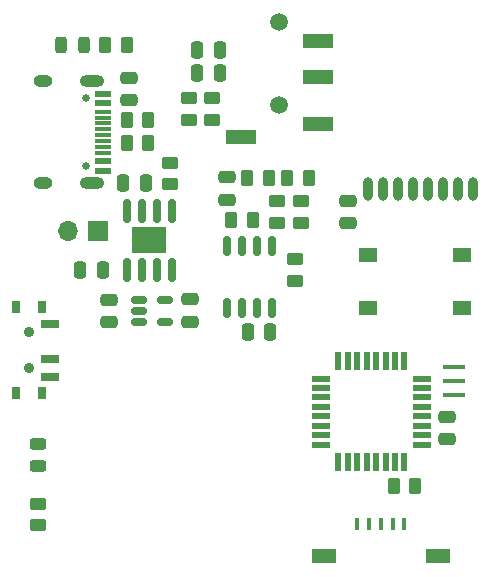
<source format=gbr>
%TF.GenerationSoftware,KiCad,Pcbnew,(6.0.0)*%
%TF.CreationDate,2023-02-19T23:28:08+01:00*%
%TF.ProjectId,DETECTIVE BOYS BADGE,44455445-4354-4495-9645-20424f595320,rev?*%
%TF.SameCoordinates,Original*%
%TF.FileFunction,Soldermask,Top*%
%TF.FilePolarity,Negative*%
%FSLAX46Y46*%
G04 Gerber Fmt 4.6, Leading zero omitted, Abs format (unit mm)*
G04 Created by KiCad (PCBNEW (6.0.0)) date 2023-02-19 23:28:08*
%MOMM*%
%LPD*%
G01*
G04 APERTURE LIST*
G04 Aperture macros list*
%AMRoundRect*
0 Rectangle with rounded corners*
0 $1 Rounding radius*
0 $2 $3 $4 $5 $6 $7 $8 $9 X,Y pos of 4 corners*
0 Add a 4 corners polygon primitive as box body*
4,1,4,$2,$3,$4,$5,$6,$7,$8,$9,$2,$3,0*
0 Add four circle primitives for the rounded corners*
1,1,$1+$1,$2,$3*
1,1,$1+$1,$4,$5*
1,1,$1+$1,$6,$7*
1,1,$1+$1,$8,$9*
0 Add four rect primitives between the rounded corners*
20,1,$1+$1,$2,$3,$4,$5,0*
20,1,$1+$1,$4,$5,$6,$7,0*
20,1,$1+$1,$6,$7,$8,$9,0*
20,1,$1+$1,$8,$9,$2,$3,0*%
G04 Aperture macros list end*
%ADD10RoundRect,0.250000X0.250000X0.475000X-0.250000X0.475000X-0.250000X-0.475000X0.250000X-0.475000X0*%
%ADD11RoundRect,0.250000X0.262500X0.450000X-0.262500X0.450000X-0.262500X-0.450000X0.262500X-0.450000X0*%
%ADD12C,1.500000*%
%ADD13R,2.500000X1.200000*%
%ADD14R,1.550000X1.300000*%
%ADD15RoundRect,0.243750X0.456250X-0.243750X0.456250X0.243750X-0.456250X0.243750X-0.456250X-0.243750X0*%
%ADD16RoundRect,0.250000X-0.250000X-0.475000X0.250000X-0.475000X0.250000X0.475000X-0.250000X0.475000X0*%
%ADD17RoundRect,0.400000X0.000000X-0.600000X0.000000X-0.600000X0.000000X0.600000X0.000000X0.600000X0*%
%ADD18RoundRect,0.250000X0.475000X-0.250000X0.475000X0.250000X-0.475000X0.250000X-0.475000X-0.250000X0*%
%ADD19RoundRect,0.150000X-0.150000X0.675000X-0.150000X-0.675000X0.150000X-0.675000X0.150000X0.675000X0*%
%ADD20RoundRect,0.243750X0.243750X0.456250X-0.243750X0.456250X-0.243750X-0.456250X0.243750X-0.456250X0*%
%ADD21C,0.900000*%
%ADD22R,0.800000X1.000000*%
%ADD23R,1.500000X0.700000*%
%ADD24RoundRect,0.250000X0.450000X-0.262500X0.450000X0.262500X-0.450000X0.262500X-0.450000X-0.262500X0*%
%ADD25RoundRect,0.250000X-0.450000X0.262500X-0.450000X-0.262500X0.450000X-0.262500X0.450000X0.262500X0*%
%ADD26RoundRect,0.250000X-0.475000X0.250000X-0.475000X-0.250000X0.475000X-0.250000X0.475000X0.250000X0*%
%ADD27R,1.600000X0.550000*%
%ADD28R,0.550000X1.600000*%
%ADD29R,1.700000X1.700000*%
%ADD30O,1.700000X1.700000*%
%ADD31C,0.650000*%
%ADD32R,1.450000X0.600000*%
%ADD33R,1.450000X0.300000*%
%ADD34O,1.600000X1.000000*%
%ADD35O,2.100000X1.000000*%
%ADD36RoundRect,0.250000X-0.262500X-0.450000X0.262500X-0.450000X0.262500X0.450000X-0.262500X0.450000X0*%
%ADD37R,1.900000X0.400000*%
%ADD38RoundRect,0.150000X-0.512500X-0.150000X0.512500X-0.150000X0.512500X0.150000X-0.512500X0.150000X0*%
%ADD39RoundRect,0.150000X-0.150000X0.825000X-0.150000X-0.825000X0.150000X-0.825000X0.150000X0.825000X0*%
%ADD40R,3.000000X2.290000*%
%ADD41R,0.400000X1.000000*%
%ADD42R,2.000000X1.300000*%
G04 APERTURE END LIST*
D10*
%TO.C,C6*%
X139450000Y-127800000D03*
X137550000Y-127800000D03*
%TD*%
D11*
%TO.C,R9*%
X156912500Y-120000000D03*
X155087500Y-120000000D03*
%TD*%
D12*
%TO.C,J1*%
X154400000Y-106855000D03*
X154400000Y-113855000D03*
D13*
X157650000Y-111455000D03*
X157650000Y-108455000D03*
X151150000Y-116555000D03*
X157650000Y-115455000D03*
%TD*%
D14*
%TO.C,SW2*%
X161920000Y-126550000D03*
X169880000Y-126550000D03*
X161920000Y-131050000D03*
X169880000Y-131050000D03*
%TD*%
D15*
%TO.C,D1*%
X134000000Y-144437500D03*
X134000000Y-142562500D03*
%TD*%
D16*
%TO.C,C7*%
X147450000Y-109200000D03*
X149350000Y-109200000D03*
%TD*%
D17*
%TO.C,U1*%
X163175000Y-120980000D03*
X161905000Y-120980000D03*
X164445000Y-120980000D03*
X165715000Y-120980000D03*
X166985000Y-120980000D03*
X168255000Y-120980000D03*
X169525000Y-120980000D03*
X170795000Y-120980000D03*
%TD*%
D16*
%TO.C,C9*%
X147450000Y-111100000D03*
X149350000Y-111100000D03*
%TD*%
%TO.C,C5*%
X141200000Y-120475000D03*
X143100000Y-120475000D03*
%TD*%
D11*
%TO.C,R13*%
X165912500Y-146100000D03*
X164087500Y-146100000D03*
%TD*%
D18*
%TO.C,C11*%
X168600000Y-142150000D03*
X168600000Y-140250000D03*
%TD*%
D19*
%TO.C,U4*%
X153805000Y-125775000D03*
X152535000Y-125775000D03*
X151265000Y-125775000D03*
X149995000Y-125775000D03*
X149995000Y-131025000D03*
X151265000Y-131025000D03*
X152535000Y-131025000D03*
X153805000Y-131025000D03*
%TD*%
D20*
%TO.C,D2*%
X137837500Y-108750000D03*
X135962500Y-108750000D03*
%TD*%
D21*
%TO.C,SW1*%
X133245000Y-136100000D03*
D22*
X134355000Y-130950000D03*
D21*
X133245000Y-133100000D03*
D22*
X132145000Y-130950000D03*
X134355000Y-138250000D03*
X132145000Y-138250000D03*
D23*
X135005000Y-132350000D03*
X135005000Y-135350000D03*
X135005000Y-136850000D03*
%TD*%
D24*
%TO.C,R6*%
X148700000Y-115112500D03*
X148700000Y-113287500D03*
%TD*%
D11*
%TO.C,R8*%
X153512500Y-120000000D03*
X151687500Y-120000000D03*
%TD*%
D24*
%TO.C,R7*%
X145175000Y-120537500D03*
X145175000Y-118712500D03*
%TD*%
D25*
%TO.C,R5*%
X146800000Y-113287500D03*
X146800000Y-115112500D03*
%TD*%
%TO.C,RG1*%
X155700000Y-126887500D03*
X155700000Y-128712500D03*
%TD*%
D26*
%TO.C,C2*%
X140000000Y-130350000D03*
X140000000Y-132250000D03*
%TD*%
D24*
%TO.C,R11*%
X156250000Y-123812500D03*
X156250000Y-121987500D03*
%TD*%
D27*
%TO.C,U5*%
X166450000Y-142600000D03*
X166450000Y-141800000D03*
X166450000Y-141000000D03*
X166450000Y-140200000D03*
X166450000Y-139400000D03*
X166450000Y-138600000D03*
X166450000Y-137800000D03*
X166450000Y-137000000D03*
D28*
X165000000Y-135550000D03*
X164200000Y-135550000D03*
X163400000Y-135550000D03*
X162600000Y-135550000D03*
X161800000Y-135550000D03*
X161000000Y-135550000D03*
X160200000Y-135550000D03*
X159400000Y-135550000D03*
D27*
X157950000Y-137000000D03*
X157950000Y-137800000D03*
X157950000Y-138600000D03*
X157950000Y-139400000D03*
X157950000Y-140200000D03*
X157950000Y-141000000D03*
X157950000Y-141800000D03*
X157950000Y-142600000D03*
D28*
X159400000Y-144050000D03*
X160200000Y-144050000D03*
X161000000Y-144050000D03*
X161800000Y-144050000D03*
X162600000Y-144050000D03*
X163400000Y-144050000D03*
X164200000Y-144050000D03*
X165000000Y-144050000D03*
%TD*%
D26*
%TO.C,C1*%
X160200000Y-121950000D03*
X160200000Y-123850000D03*
%TD*%
D18*
%TO.C,C3*%
X141650000Y-113450000D03*
X141650000Y-111550000D03*
%TD*%
D29*
%TO.C,BT1*%
X139050000Y-124525000D03*
D30*
X136510000Y-124525000D03*
%TD*%
D11*
%TO.C,R10*%
X152162500Y-123600000D03*
X150337500Y-123600000D03*
%TD*%
D31*
%TO.C,USB1*%
X138050000Y-119040000D03*
X138050000Y-113260000D03*
D32*
X139495000Y-112900000D03*
X139495000Y-113700000D03*
D33*
X139495000Y-114900000D03*
X139495000Y-115900000D03*
X139495000Y-116400000D03*
X139495000Y-117400000D03*
D32*
X139495000Y-118600000D03*
X139495000Y-119400000D03*
X139495000Y-119400000D03*
X139495000Y-118600000D03*
D33*
X139495000Y-117900000D03*
X139495000Y-116900000D03*
X139495000Y-115400000D03*
X139495000Y-114400000D03*
D32*
X139495000Y-113700000D03*
X139495000Y-112900000D03*
D34*
X134400000Y-111830000D03*
D35*
X138580000Y-111830000D03*
X138580000Y-120470000D03*
D34*
X134400000Y-120470000D03*
%TD*%
D24*
%TO.C,R12*%
X154250000Y-123800000D03*
X154250000Y-121975000D03*
%TD*%
D26*
%TO.C,C8*%
X150000000Y-119950000D03*
X150000000Y-121850000D03*
%TD*%
D36*
%TO.C,R3*%
X141487500Y-117050000D03*
X143312500Y-117050000D03*
%TD*%
D37*
%TO.C,X1*%
X169200000Y-138400000D03*
X169200000Y-137200000D03*
X169200000Y-136000000D03*
%TD*%
D38*
%TO.C,U2*%
X142487500Y-130337500D03*
X142487500Y-131287500D03*
X142487500Y-132237500D03*
X144762500Y-132237500D03*
X144762500Y-130337500D03*
%TD*%
D39*
%TO.C,U3*%
X145305000Y-122825000D03*
X144035000Y-122825000D03*
X142765000Y-122825000D03*
X141495000Y-122825000D03*
X141495000Y-127775000D03*
X142765000Y-127775000D03*
X144035000Y-127775000D03*
X145305000Y-127775000D03*
D40*
X143400000Y-125300000D03*
%TD*%
D25*
%TO.C,R1*%
X134000000Y-147587500D03*
X134000000Y-149412500D03*
%TD*%
D36*
%TO.C,R4*%
X139662500Y-108775000D03*
X141487500Y-108775000D03*
%TD*%
D26*
%TO.C,C4*%
X146825000Y-130300000D03*
X146825000Y-132200000D03*
%TD*%
D16*
%TO.C,C10*%
X151750000Y-133100000D03*
X153650000Y-133100000D03*
%TD*%
D36*
%TO.C,R2*%
X141487500Y-115150000D03*
X143312500Y-115150000D03*
%TD*%
D41*
%TO.C,J2*%
X161000000Y-149290000D03*
X162000000Y-149290000D03*
X163000000Y-149290000D03*
X164000000Y-149290000D03*
X165000000Y-149290000D03*
D42*
X158200000Y-151990000D03*
X167800000Y-151990000D03*
%TD*%
M02*

</source>
